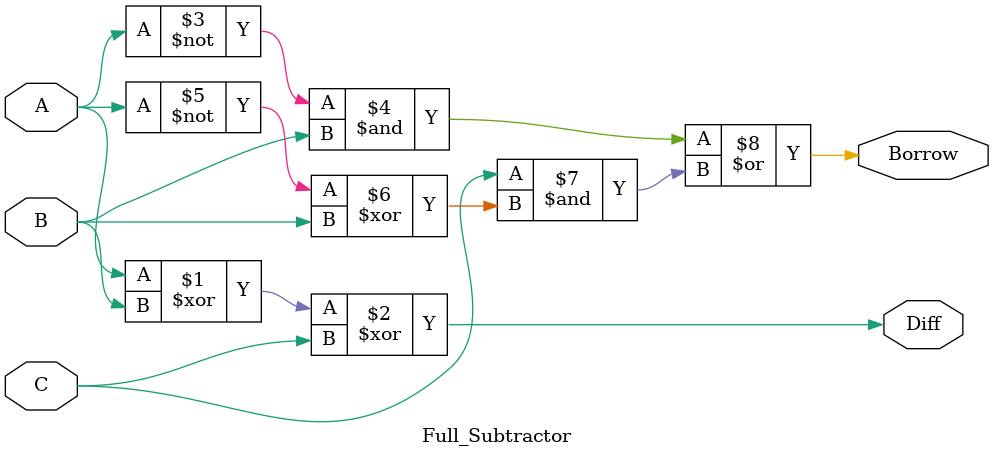
<source format=v>
`timescale 1ns / 1ps

/*
A Full Subtractor is a combinational circuit that subtracts three 1-bit inputs:

A → Minuend
B → Subtrahend
Bin → Borrow-in (from previous stage)

It produces two outputs:
Difference (D)
Borrow-out (Bout)

🔹 Logic Equations

Difference (D) = A ⊕ B ⊕ Bin
Borrow (Bout) = A'·B + A'·Bin + B·Bin

🔹 Truth Table
A	B	Bin	D	Bout
0	0	0	  0	0
0	0	1	  1	1
0	1	0  	1	1
0	1	1  	0	1
1	0	0	  1	0
1	0	1	  0	0
1	1	0	  0	0
1	1	1  	1	1
*/
module Full_Subtractor(
    input A,
    input B,
    input C,
    output Diff,
    output Borrow
    );
    assign Diff = A ^ B ^ C;
    assign Borrow = (~A & B) | (C & (~A ^ B));

endmodule

</source>
